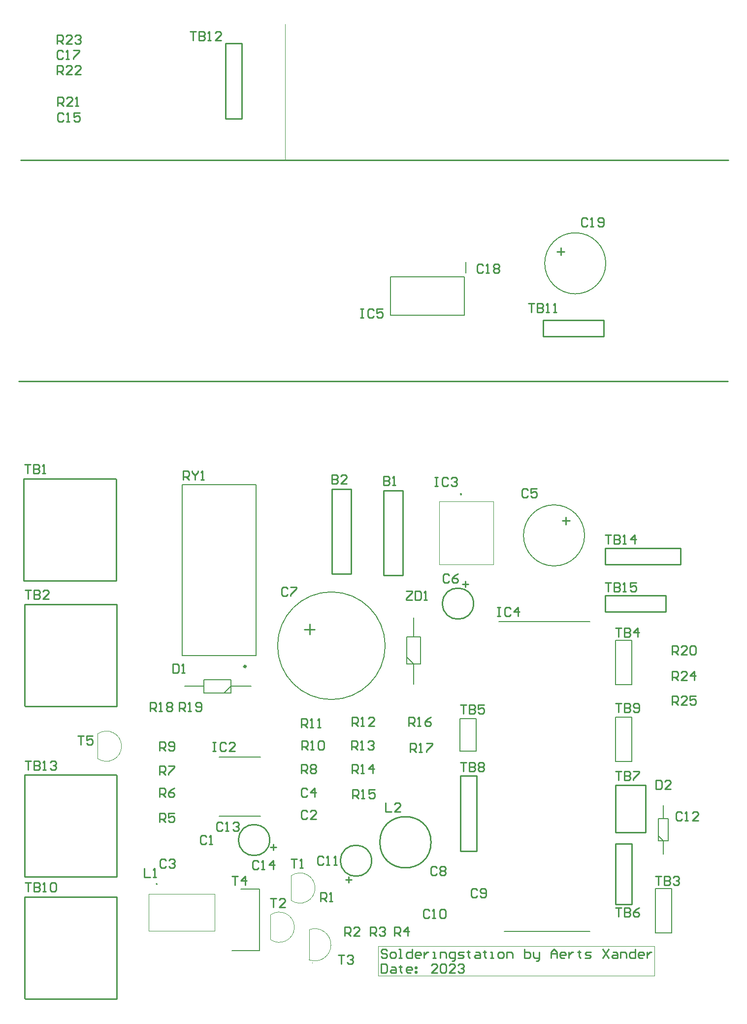
<source format=gto>
G04*
G04 #@! TF.GenerationSoftware,Altium Limited,Altium Designer,23.4.1 (23)*
G04*
G04 Layer_Color=65535*
%FSLAX44Y44*%
%MOMM*%
G71*
G04*
G04 #@! TF.SameCoordinates,2680DE8E-D3BC-4794-95DD-0B2387E44050*
G04*
G04*
G04 #@! TF.FilePolarity,Positive*
G04*
G01*
G75*
%ADD10C,0.1000*%
%ADD11C,0.2000*%
%ADD12C,0.4000*%
%ADD13C,0.2540*%
%ADD14C,0.3000*%
D10*
X137118Y429815D02*
G03*
X137081Y471858I15282J21035D01*
G01*
X500844Y83575D02*
G03*
X501616Y135641I9913J25892D01*
G01*
X506730Y78010D02*
G03*
X506730Y79010I0J500D01*
G01*
D02*
G03*
X506730Y78010I0J-500D01*
G01*
X434298Y118666D02*
G03*
X434261Y160708I15282J21035D01*
G01*
X469858Y185975D02*
G03*
X469821Y228018I15282J21035D01*
G01*
X137100Y429828D02*
Y471872D01*
X619760Y55880D02*
Y106680D01*
Y55880D02*
X1094740D01*
Y106680D01*
X619760D02*
X1094740D01*
X500844Y83575D02*
Y135492D01*
X434280Y118678D02*
Y160722D01*
X469840Y185988D02*
Y228032D01*
X818000Y762980D02*
Y871980D01*
X725000Y762980D02*
X818000D01*
X725000D02*
Y871980D01*
X818000D01*
X459740Y1457960D02*
Y1691640D01*
X338840Y133600D02*
Y196600D01*
X225040Y133600D02*
X338840D01*
X225040D02*
Y196600D01*
X338840D01*
D11*
X631650Y623570D02*
G03*
X631650Y623570I-92500J0D01*
G01*
X1010988Y1280922D02*
G03*
X1010988Y1280922I-52500J0D01*
G01*
X974520Y813200D02*
G03*
X974520Y813200I-52500J0D01*
G01*
X238760Y212852D02*
G03*
X238760Y214852I0J1000D01*
G01*
D02*
G03*
X238760Y212852I0J-1000D01*
G01*
X788416Y441960D02*
Y497840D01*
X760476Y441960D02*
X788416D01*
X760476D02*
Y497840D01*
X788416D01*
X827200Y664840D02*
X983930D01*
X836610Y132720D02*
X983930D01*
X1055370Y556260D02*
Y632460D01*
X1027430Y556260D02*
X1055370D01*
X1027430Y632460D02*
X1055370D01*
X1027430Y556260D02*
Y632460D01*
Y424180D02*
Y500380D01*
X1055370D01*
X1027430Y424180D02*
X1055370D01*
Y500380D01*
X1096010Y129540D02*
Y205740D01*
X1123950D01*
X1096010Y129540D02*
X1123950D01*
Y205740D01*
X368590Y99700D02*
X415490D01*
Y205100D01*
X383540D02*
X415490D01*
X668970Y592050D02*
Y638550D01*
X692470D01*
Y592050D02*
Y638550D01*
X668970Y592050D02*
X692470D01*
X668970Y603800D02*
X680720Y592050D01*
Y557500D02*
Y592050D01*
Y638550D02*
Y671800D01*
X282540Y606220D02*
Y900230D01*
X409540D01*
Y606220D02*
Y900230D01*
X282540Y606220D02*
X409540D01*
X346390Y330200D02*
X417510D01*
X346390Y431800D02*
X417510D01*
X1109980Y326200D02*
Y348930D01*
Y265110D02*
Y288160D01*
X1101380Y296760D02*
X1109980Y288160D01*
X1101380D02*
X1118580D01*
Y326200D01*
X1101380D02*
X1118580D01*
X1101380Y288160D02*
Y326200D01*
X320270Y541970D02*
X366770D01*
X320270D02*
Y565470D01*
X366770D01*
Y541970D02*
Y565470D01*
X355020Y541970D02*
X366770Y553720D01*
X401320D01*
X287020D02*
X320270D01*
X770128Y1264412D02*
Y1283412D01*
X735838Y1192022D02*
X767588D01*
X640588D02*
X672338D01*
X735838Y1258062D02*
X767588D01*
X640588D02*
X672338D01*
X735838D01*
X640588Y1192022D02*
Y1258062D01*
X672338Y1192022D02*
X735838D01*
X767588D02*
Y1258062D01*
D12*
X391749Y587810D02*
G03*
X391749Y587810I-1259J0D01*
G01*
D13*
X710464Y285750D02*
G03*
X710464Y285750I-43968J0D01*
G01*
X433100Y289560D02*
G03*
X433100Y289560I-26700J0D01*
G01*
X608360Y254000D02*
G03*
X608360Y254000I-26700J0D01*
G01*
X783620Y695960D02*
G03*
X783620Y695960I-26700J0D01*
G01*
X1009650Y681990D02*
Y709930D01*
Y681990D02*
X1113790D01*
X1009650Y709930D02*
X1113790D01*
Y681990D02*
Y709930D01*
X1027430Y179070D02*
Y283210D01*
Y179070D02*
X1055370D01*
X1027430Y283210D02*
X1055370D01*
Y179070D02*
Y283210D01*
X1027430Y302260D02*
Y383540D01*
Y302260D02*
X1079500D01*
X1027430Y383540D02*
X1079500D01*
Y302260D02*
Y383540D01*
X903478Y1155192D02*
Y1183132D01*
Y1155192D02*
X1007618D01*
X903478Y1183132D02*
X1007618D01*
Y1155192D02*
Y1183132D01*
X760730Y270510D02*
X788670D01*
Y400050D01*
X760730D02*
X788670D01*
X760730Y270510D02*
Y400050D01*
X572770Y746760D02*
Y892810D01*
X539750Y746760D02*
X572770D01*
X539750D02*
Y892810D01*
X572770D01*
X661670Y744220D02*
Y890270D01*
X628650Y744220D02*
X661670D01*
X628650D02*
Y890270D01*
X661670D01*
X1139190Y763270D02*
Y791210D01*
X1009650D02*
X1139190D01*
X1009650Y763270D02*
Y791210D01*
Y763270D02*
X1139190D01*
X12700Y519430D02*
X77470D01*
X11430Y634048D02*
Y694690D01*
Y520700D02*
Y577533D01*
X77470Y519430D02*
X170180D01*
Y694690D02*
X170180Y519430D01*
X51118Y694690D02*
X130492D01*
X11430Y577533D02*
Y634048D01*
Y520700D02*
X12700Y519430D01*
X130492Y694690D02*
X170180D01*
X11430D02*
X51118D01*
X104140Y401320D02*
X168910D01*
X170180Y226060D02*
Y286702D01*
Y343218D02*
Y400050D01*
X11430Y401320D02*
X104140D01*
X11430D02*
X11430Y226060D01*
X51118D02*
X130492D01*
X170180Y286702D02*
Y343218D01*
X168910Y401320D02*
X170180Y400050D01*
X11430Y226060D02*
X51118D01*
X130492D02*
X170180D01*
X12700Y16510D02*
X77470D01*
X11430Y131128D02*
Y191770D01*
Y17780D02*
Y74612D01*
X77470Y16510D02*
X170180D01*
Y191770D02*
X170180Y16510D01*
X51118Y191770D02*
X130492D01*
X11430Y74612D02*
Y131128D01*
Y17780D02*
X12700Y16510D01*
X130492Y191770D02*
X170180D01*
X11430D02*
X51118D01*
X102870Y910590D02*
X167640D01*
X168910Y735330D02*
Y795973D01*
Y852487D02*
Y909320D01*
X10160Y910590D02*
X102870D01*
X10160D02*
X10160Y735330D01*
X49847D02*
X129222D01*
X168910Y795973D02*
Y852487D01*
X167640Y910590D02*
X168910Y909320D01*
X10160Y735330D02*
X49847D01*
X129222D02*
X168910D01*
X492760Y651510D02*
X510540D01*
X501650Y642620D02*
Y660400D01*
X357124Y1529080D02*
Y1658620D01*
X385064D01*
Y1529080D02*
Y1658620D01*
X357124Y1529080D02*
X385064D01*
X927138Y1301242D02*
X939838D01*
X933488Y1294892D02*
Y1307592D01*
X434340Y276860D02*
X444500D01*
X439420Y271780D02*
Y281940D01*
X568960Y215900D02*
Y226060D01*
X563880Y220980D02*
X574040D01*
X769620Y723900D02*
Y734060D01*
X764540Y728980D02*
X774700D01*
X942340Y831850D02*
Y844550D01*
X935990Y838200D02*
X948690D01*
X5080Y1457960D02*
X1221740Y1457960D01*
X1270Y1078230D02*
X1220470D01*
X624840Y76195D02*
Y60960D01*
X632458D01*
X634997Y63499D01*
Y73656D01*
X632458Y76195D01*
X624840D01*
X642614Y71117D02*
X647693D01*
X650232Y68577D01*
Y60960D01*
X642614D01*
X640075Y63499D01*
X642614Y66038D01*
X650232D01*
X657849Y73656D02*
Y71117D01*
X655310D01*
X660388D01*
X657849D01*
Y63499D01*
X660388Y60960D01*
X675624D02*
X670545D01*
X668006Y63499D01*
Y68577D01*
X670545Y71117D01*
X675624D01*
X678163Y68577D01*
Y66038D01*
X668006D01*
X683241Y71117D02*
X685780D01*
Y68577D01*
X683241D01*
Y71117D01*
Y63499D02*
X685780D01*
Y60960D01*
X683241D01*
Y63499D01*
X721329Y60960D02*
X711172D01*
X721329Y71117D01*
Y73656D01*
X718790Y76195D01*
X713711D01*
X711172Y73656D01*
X726407D02*
X728946Y76195D01*
X734025D01*
X736564Y73656D01*
Y63499D01*
X734025Y60960D01*
X728946D01*
X726407Y63499D01*
Y73656D01*
X751799Y60960D02*
X741642D01*
X751799Y71117D01*
Y73656D01*
X749260Y76195D01*
X744181D01*
X741642Y73656D01*
X756877D02*
X759417Y76195D01*
X764495D01*
X767034Y73656D01*
Y71117D01*
X764495Y68577D01*
X761956D01*
X764495D01*
X767034Y66038D01*
Y63499D01*
X764495Y60960D01*
X759417D01*
X756877Y63499D01*
X634997Y99054D02*
X632458Y101593D01*
X627379D01*
X624840Y99054D01*
Y96515D01*
X627379Y93976D01*
X632458D01*
X634997Y91437D01*
Y88897D01*
X632458Y86358D01*
X627379D01*
X624840Y88897D01*
X642614Y86358D02*
X647693D01*
X650232Y88897D01*
Y93976D01*
X647693Y96515D01*
X642614D01*
X640075Y93976D01*
Y88897D01*
X642614Y86358D01*
X655310D02*
X660388D01*
X657849D01*
Y101593D01*
X655310D01*
X678163D02*
Y86358D01*
X670545D01*
X668006Y88897D01*
Y93976D01*
X670545Y96515D01*
X678163D01*
X690859Y86358D02*
X685780D01*
X683241Y88897D01*
Y93976D01*
X685780Y96515D01*
X690859D01*
X693398Y93976D01*
Y91437D01*
X683241D01*
X698476Y96515D02*
Y86358D01*
Y91437D01*
X701015Y93976D01*
X703555Y96515D01*
X706094D01*
X713711Y86358D02*
X718790D01*
X716250D01*
Y96515D01*
X713711D01*
X726407Y86358D02*
Y96515D01*
X734025D01*
X736564Y93976D01*
Y86358D01*
X746721Y81280D02*
X749260D01*
X751799Y83819D01*
Y96515D01*
X744181D01*
X741642Y93976D01*
Y88897D01*
X744181Y86358D01*
X751799D01*
X756877D02*
X764495D01*
X767034Y88897D01*
X764495Y91437D01*
X759417D01*
X756877Y93976D01*
X759417Y96515D01*
X767034D01*
X774651Y99054D02*
Y96515D01*
X772112D01*
X777191D01*
X774651D01*
Y88897D01*
X777191Y86358D01*
X787347Y96515D02*
X792426D01*
X794965Y93976D01*
Y86358D01*
X787347D01*
X784808Y88897D01*
X787347Y91437D01*
X794965D01*
X802582Y99054D02*
Y96515D01*
X800043D01*
X805122D01*
X802582D01*
Y88897D01*
X805122Y86358D01*
X812739D02*
X817818D01*
X815278D01*
Y96515D01*
X812739D01*
X827974Y86358D02*
X833053D01*
X835592Y88897D01*
Y93976D01*
X833053Y96515D01*
X827974D01*
X825435Y93976D01*
Y88897D01*
X827974Y86358D01*
X840670D02*
Y96515D01*
X848288D01*
X850827Y93976D01*
Y86358D01*
X871140Y101593D02*
Y86358D01*
X878758D01*
X881297Y88897D01*
Y91437D01*
Y93976D01*
X878758Y96515D01*
X871140D01*
X886375D02*
Y88897D01*
X888915Y86358D01*
X896532D01*
Y83819D01*
X893993Y81280D01*
X891454D01*
X896532Y86358D02*
Y96515D01*
X916845Y86358D02*
Y96515D01*
X921924Y101593D01*
X927002Y96515D01*
Y86358D01*
Y93976D01*
X916845D01*
X939698Y86358D02*
X934620D01*
X932081Y88897D01*
Y93976D01*
X934620Y96515D01*
X939698D01*
X942237Y93976D01*
Y91437D01*
X932081D01*
X947316Y96515D02*
Y86358D01*
Y91437D01*
X949855Y93976D01*
X952394Y96515D01*
X954933D01*
X965090Y99054D02*
Y96515D01*
X962551D01*
X967629D01*
X965090D01*
Y88897D01*
X967629Y86358D01*
X975247D02*
X982864D01*
X985403Y88897D01*
X982864Y91437D01*
X977786D01*
X975247Y93976D01*
X977786Y96515D01*
X985403D01*
X1005717Y101593D02*
X1015873Y86358D01*
Y101593D02*
X1005717Y86358D01*
X1023491Y96515D02*
X1028569D01*
X1031109Y93976D01*
Y86358D01*
X1023491D01*
X1020952Y88897D01*
X1023491Y91437D01*
X1031109D01*
X1036187Y86358D02*
Y96515D01*
X1043804D01*
X1046344Y93976D01*
Y86358D01*
X1061579Y101593D02*
Y86358D01*
X1053961D01*
X1051422Y88897D01*
Y93976D01*
X1053961Y96515D01*
X1061579D01*
X1074275Y86358D02*
X1069196D01*
X1066657Y88897D01*
Y93976D01*
X1069196Y96515D01*
X1074275D01*
X1076814Y93976D01*
Y91437D01*
X1066657D01*
X1081892Y96515D02*
Y86358D01*
Y91437D01*
X1084431Y93976D01*
X1086971Y96515D01*
X1089510D01*
X295919Y1678938D02*
X306075D01*
X300997D01*
Y1663703D01*
X311154Y1678938D02*
Y1663703D01*
X318771D01*
X321310Y1666242D01*
Y1668781D01*
X318771Y1671320D01*
X311154D01*
X318771D01*
X321310Y1673859D01*
Y1676398D01*
X318771Y1678938D01*
X311154D01*
X326389Y1663703D02*
X331467D01*
X328928D01*
Y1678938D01*
X326389Y1676398D01*
X349241Y1663703D02*
X339085D01*
X349241Y1673859D01*
Y1676398D01*
X346702Y1678938D01*
X341624D01*
X339085Y1676398D01*
X878086Y1212339D02*
X888242D01*
X883164D01*
Y1197104D01*
X893321Y1212339D02*
Y1197104D01*
X900938D01*
X903478Y1199644D01*
Y1202183D01*
X900938Y1204722D01*
X893321D01*
X900938D01*
X903478Y1207261D01*
Y1209800D01*
X900938Y1212339D01*
X893321D01*
X908556Y1197104D02*
X913634D01*
X911095D01*
Y1212339D01*
X908556Y1209800D01*
X921252Y1197104D02*
X926330D01*
X923791D01*
Y1212339D01*
X921252Y1209800D01*
X67317Y1658114D02*
Y1673349D01*
X74934D01*
X77473Y1670810D01*
Y1665732D01*
X74934Y1663193D01*
X67317D01*
X72395D02*
X77473Y1658114D01*
X92708D02*
X82552D01*
X92708Y1668271D01*
Y1670810D01*
X90169Y1673349D01*
X85091D01*
X82552Y1670810D01*
X97787D02*
X100326Y1673349D01*
X105404D01*
X107943Y1670810D01*
Y1668271D01*
X105404Y1665732D01*
X102865D01*
X105404D01*
X107943Y1663193D01*
Y1660654D01*
X105404Y1658114D01*
X100326D01*
X97787Y1660654D01*
X67317Y1606044D02*
Y1621279D01*
X74934D01*
X77473Y1618740D01*
Y1613662D01*
X74934Y1611123D01*
X67317D01*
X72395D02*
X77473Y1606044D01*
X92708D02*
X82552D01*
X92708Y1616201D01*
Y1618740D01*
X90169Y1621279D01*
X85091D01*
X82552Y1618740D01*
X107943Y1606044D02*
X97787D01*
X107943Y1616201D01*
Y1618740D01*
X105404Y1621279D01*
X100326D01*
X97787Y1618740D01*
X68586Y1551181D02*
Y1566416D01*
X76203D01*
X78742Y1563876D01*
Y1558798D01*
X76203Y1556259D01*
X68586D01*
X73664D02*
X78742Y1551181D01*
X93978D02*
X83821D01*
X93978Y1561337D01*
Y1563876D01*
X91438Y1566416D01*
X86360D01*
X83821Y1563876D01*
X99056Y1551181D02*
X104134D01*
X101595D01*
Y1566416D01*
X99056Y1563876D01*
X589286Y1202688D02*
X594365D01*
X591825D01*
Y1187452D01*
X589286D01*
X594365D01*
X612139Y1200148D02*
X609600Y1202688D01*
X604521D01*
X601982Y1200148D01*
Y1189992D01*
X604521Y1187452D01*
X609600D01*
X612139Y1189992D01*
X627374Y1202688D02*
X617217D01*
Y1195070D01*
X622295Y1197609D01*
X624835D01*
X627374Y1195070D01*
Y1189992D01*
X624835Y1187452D01*
X619756D01*
X617217Y1189992D01*
X979681Y1357120D02*
X977142Y1359659D01*
X972063D01*
X969524Y1357120D01*
Y1346964D01*
X972063Y1344424D01*
X977142D01*
X979681Y1346964D01*
X984759Y1344424D02*
X989838D01*
X987298D01*
Y1359659D01*
X984759Y1357120D01*
X997455Y1346964D02*
X999994Y1344424D01*
X1005073D01*
X1007612Y1346964D01*
Y1357120D01*
X1005073Y1359659D01*
X999994D01*
X997455Y1357120D01*
Y1354581D01*
X999994Y1352042D01*
X1007612D01*
X800103Y1277364D02*
X797564Y1279903D01*
X792485D01*
X789946Y1277364D01*
Y1267208D01*
X792485Y1264669D01*
X797564D01*
X800103Y1267208D01*
X805181Y1264669D02*
X810260D01*
X807720D01*
Y1279903D01*
X805181Y1277364D01*
X817877D02*
X820416Y1279903D01*
X825495D01*
X828034Y1277364D01*
Y1274825D01*
X825495Y1272286D01*
X828034Y1269747D01*
Y1267208D01*
X825495Y1264669D01*
X820416D01*
X817877Y1267208D01*
Y1269747D01*
X820416Y1272286D01*
X817877Y1274825D01*
Y1277364D01*
X820416Y1272286D02*
X825495D01*
X77473Y1644648D02*
X74934Y1647188D01*
X69855D01*
X67316Y1644648D01*
Y1634492D01*
X69855Y1631953D01*
X74934D01*
X77473Y1634492D01*
X82551Y1631953D02*
X87630D01*
X85090D01*
Y1647188D01*
X82551Y1644648D01*
X95247Y1647188D02*
X105404D01*
Y1644648D01*
X95247Y1634492D01*
Y1631953D01*
X78743Y1537460D02*
X76204Y1540000D01*
X71125D01*
X68586Y1537460D01*
Y1527304D01*
X71125Y1524765D01*
X76204D01*
X78743Y1527304D01*
X83821Y1524765D02*
X88900D01*
X86360D01*
Y1540000D01*
X83821Y1537460D01*
X106674Y1540000D02*
X96517D01*
Y1532382D01*
X101595Y1534921D01*
X104135D01*
X106674Y1532382D01*
Y1527304D01*
X104135Y1524765D01*
X99056D01*
X96517Y1527304D01*
X667766Y717291D02*
X677923D01*
Y714752D01*
X667766Y704595D01*
Y702056D01*
X677923D01*
X683001Y717291D02*
Y702056D01*
X690619D01*
X693158Y704595D01*
Y714752D01*
X690619Y717291D01*
X683001D01*
X698236Y702056D02*
X703315D01*
X700775D01*
Y717291D01*
X698236Y714752D01*
X1009659Y731517D02*
X1019815D01*
X1014737D01*
Y716283D01*
X1024894Y731517D02*
Y716283D01*
X1032511D01*
X1035050Y718822D01*
Y721361D01*
X1032511Y723900D01*
X1024894D01*
X1032511D01*
X1035050Y726439D01*
Y728978D01*
X1032511Y731517D01*
X1024894D01*
X1040129Y716283D02*
X1045207D01*
X1042668D01*
Y731517D01*
X1040129Y728978D01*
X1062981Y731517D02*
X1052825D01*
Y723900D01*
X1057903Y726439D01*
X1060442D01*
X1062981Y723900D01*
Y718822D01*
X1060442Y716283D01*
X1055364D01*
X1052825Y718822D01*
X1009659Y814068D02*
X1019815D01*
X1014737D01*
Y798832D01*
X1024894Y814068D02*
Y798832D01*
X1032511D01*
X1035050Y801372D01*
Y803911D01*
X1032511Y806450D01*
X1024894D01*
X1032511D01*
X1035050Y808989D01*
Y811528D01*
X1032511Y814068D01*
X1024894D01*
X1040129Y798832D02*
X1045207D01*
X1042668D01*
Y814068D01*
X1040129Y811528D01*
X1060442Y798832D02*
Y814068D01*
X1052825Y806450D01*
X1062981D01*
X12700Y425445D02*
X22857D01*
X17778D01*
Y410210D01*
X27935Y425445D02*
Y410210D01*
X35553D01*
X38092Y412749D01*
Y415288D01*
X35553Y417827D01*
X27935D01*
X35553D01*
X38092Y420367D01*
Y422906D01*
X35553Y425445D01*
X27935D01*
X43170Y410210D02*
X48249D01*
X45709D01*
Y425445D01*
X43170Y422906D01*
X55866D02*
X58405Y425445D01*
X63484D01*
X66023Y422906D01*
Y420367D01*
X63484Y417827D01*
X60944D01*
X63484D01*
X66023Y415288D01*
Y412749D01*
X63484Y410210D01*
X58405D01*
X55866Y412749D01*
X12700Y215895D02*
X22857D01*
X17778D01*
Y200660D01*
X27935Y215895D02*
Y200660D01*
X35553D01*
X38092Y203199D01*
Y205738D01*
X35553Y208277D01*
X27935D01*
X35553D01*
X38092Y210817D01*
Y213356D01*
X35553Y215895D01*
X27935D01*
X43170Y200660D02*
X48249D01*
X45709D01*
Y215895D01*
X43170Y213356D01*
X55866D02*
X58405Y215895D01*
X63484D01*
X66023Y213356D01*
Y203199D01*
X63484Y200660D01*
X58405D01*
X55866Y203199D01*
Y213356D01*
X1027437Y524507D02*
X1037593D01*
X1032515D01*
Y509272D01*
X1042672Y524507D02*
Y509272D01*
X1050289D01*
X1052828Y511812D01*
Y514351D01*
X1050289Y516890D01*
X1042672D01*
X1050289D01*
X1052828Y519429D01*
Y521968D01*
X1050289Y524507D01*
X1042672D01*
X1057907Y511812D02*
X1060446Y509272D01*
X1065524D01*
X1068063Y511812D01*
Y521968D01*
X1065524Y524507D01*
X1060446D01*
X1057907Y521968D01*
Y519429D01*
X1060446Y516890D01*
X1068063D01*
X760991Y422654D02*
X771147D01*
X766069D01*
Y407419D01*
X776226Y422654D02*
Y407419D01*
X783843D01*
X786382Y409958D01*
Y412497D01*
X783843Y415036D01*
X776226D01*
X783843D01*
X786382Y417575D01*
Y420114D01*
X783843Y422654D01*
X776226D01*
X791461Y420114D02*
X794000Y422654D01*
X799078D01*
X801617Y420114D01*
Y417575D01*
X799078Y415036D01*
X801617Y412497D01*
Y409958D01*
X799078Y407419D01*
X794000D01*
X791461Y409958D01*
Y412497D01*
X794000Y415036D01*
X791461Y417575D01*
Y420114D01*
X794000Y415036D02*
X799078D01*
X1027437Y407668D02*
X1037593D01*
X1032515D01*
Y392433D01*
X1042672Y407668D02*
Y392433D01*
X1050289D01*
X1052828Y394972D01*
Y397511D01*
X1050289Y400050D01*
X1042672D01*
X1050289D01*
X1052828Y402589D01*
Y405128D01*
X1050289Y407668D01*
X1042672D01*
X1057907D02*
X1068063D01*
Y405128D01*
X1057907Y394972D01*
Y392433D01*
X1027437Y172717D02*
X1037593D01*
X1032515D01*
Y157483D01*
X1042672Y172717D02*
Y157483D01*
X1050289D01*
X1052828Y160022D01*
Y162561D01*
X1050289Y165100D01*
X1042672D01*
X1050289D01*
X1052828Y167639D01*
Y170178D01*
X1050289Y172717D01*
X1042672D01*
X1068063D02*
X1062985Y170178D01*
X1057907Y165100D01*
Y160022D01*
X1060446Y157483D01*
X1065524D01*
X1068063Y160022D01*
Y162561D01*
X1065524Y165100D01*
X1057907D01*
X760737Y521713D02*
X770893D01*
X765815D01*
Y506479D01*
X775972Y521713D02*
Y506479D01*
X783589D01*
X786128Y509018D01*
Y511557D01*
X783589Y514096D01*
X775972D01*
X783589D01*
X786128Y516635D01*
Y519174D01*
X783589Y521713D01*
X775972D01*
X801363D02*
X791207D01*
Y514096D01*
X796285Y516635D01*
X798824D01*
X801363Y514096D01*
Y509018D01*
X798824Y506479D01*
X793746D01*
X791207Y509018D01*
X1027437Y654047D02*
X1037593D01*
X1032515D01*
Y638812D01*
X1042672Y654047D02*
Y638812D01*
X1050289D01*
X1052828Y641352D01*
Y643891D01*
X1050289Y646430D01*
X1042672D01*
X1050289D01*
X1052828Y648969D01*
Y651508D01*
X1050289Y654047D01*
X1042672D01*
X1065524Y638812D02*
Y654047D01*
X1057907Y646430D01*
X1068063D01*
X1096017Y227327D02*
X1106173D01*
X1101095D01*
Y212092D01*
X1111252Y227327D02*
Y212092D01*
X1118869D01*
X1121408Y214632D01*
Y217171D01*
X1118869Y219710D01*
X1111252D01*
X1118869D01*
X1121408Y222249D01*
Y224788D01*
X1118869Y227327D01*
X1111252D01*
X1126487Y224788D02*
X1129026Y227327D01*
X1134104D01*
X1136643Y224788D01*
Y222249D01*
X1134104Y219710D01*
X1131565D01*
X1134104D01*
X1136643Y217171D01*
Y214632D01*
X1134104Y212092D01*
X1129026D01*
X1126487Y214632D01*
X12707Y718818D02*
X22863D01*
X17785D01*
Y703583D01*
X27942Y718818D02*
Y703583D01*
X35559D01*
X38098Y706122D01*
Y708661D01*
X35559Y711200D01*
X27942D01*
X35559D01*
X38098Y713739D01*
Y716278D01*
X35559Y718818D01*
X27942D01*
X53333Y703583D02*
X43177D01*
X53333Y713739D01*
Y716278D01*
X50794Y718818D01*
X45716D01*
X43177Y716278D01*
X11430Y934715D02*
X21587D01*
X16508D01*
Y919480D01*
X26665Y934715D02*
Y919480D01*
X34283D01*
X36822Y922019D01*
Y924558D01*
X34283Y927097D01*
X26665D01*
X34283D01*
X36822Y929637D01*
Y932176D01*
X34283Y934715D01*
X26665D01*
X41900Y919480D02*
X46979D01*
X44439D01*
Y934715D01*
X41900Y932176D01*
X102874Y468628D02*
X113031D01*
X107952D01*
Y453392D01*
X128266Y468628D02*
X118109D01*
Y461010D01*
X123188Y463549D01*
X125727D01*
X128266Y461010D01*
Y455932D01*
X125727Y453392D01*
X120648D01*
X118109Y455932D01*
X368304Y227327D02*
X378461D01*
X373382D01*
Y212092D01*
X391157D02*
Y227327D01*
X383539Y219710D01*
X393696D01*
X551184Y91438D02*
X561341D01*
X556263D01*
Y76203D01*
X566419Y88898D02*
X568958Y91438D01*
X574037D01*
X576576Y88898D01*
Y86359D01*
X574037Y83820D01*
X571497D01*
X574037D01*
X576576Y81281D01*
Y78742D01*
X574037Y76203D01*
X568958D01*
X566419Y78742D01*
X434340Y189479D02*
X444497D01*
X439418D01*
Y174244D01*
X459732D02*
X449575D01*
X459732Y184401D01*
Y186940D01*
X457193Y189479D01*
X452114D01*
X449575Y186940D01*
X469900Y256789D02*
X480057D01*
X474978D01*
Y241554D01*
X485135D02*
X490213D01*
X487674D01*
Y256789D01*
X485135Y254250D01*
X283972Y908812D02*
Y924047D01*
X291590D01*
X294129Y921508D01*
Y916430D01*
X291590Y913890D01*
X283972D01*
X289050D02*
X294129Y908812D01*
X299207Y924047D02*
Y921508D01*
X304285Y916430D01*
X309364Y921508D01*
Y924047D01*
X304285Y916430D02*
Y908812D01*
X314442D02*
X319520D01*
X316981D01*
Y924047D01*
X314442Y921508D01*
X1125227Y521973D02*
Y537207D01*
X1132844D01*
X1135383Y534668D01*
Y529590D01*
X1132844Y527051D01*
X1125227D01*
X1130305D02*
X1135383Y521973D01*
X1150618D02*
X1140462D01*
X1150618Y532129D01*
Y534668D01*
X1148079Y537207D01*
X1143001D01*
X1140462Y534668D01*
X1165853Y537207D02*
X1155697D01*
Y529590D01*
X1160775Y532129D01*
X1163314D01*
X1165853Y529590D01*
Y524512D01*
X1163314Y521973D01*
X1158236D01*
X1155697Y524512D01*
X1125227Y563882D02*
Y579118D01*
X1132844D01*
X1135383Y576578D01*
Y571500D01*
X1132844Y568961D01*
X1125227D01*
X1130305D02*
X1135383Y563882D01*
X1150618D02*
X1140462D01*
X1150618Y574039D01*
Y576578D01*
X1148079Y579118D01*
X1143001D01*
X1140462Y576578D01*
X1163314Y563882D02*
Y579118D01*
X1155697Y571500D01*
X1165853D01*
X1125227Y608587D02*
Y623821D01*
X1132844D01*
X1135383Y621282D01*
Y616204D01*
X1132844Y613665D01*
X1125227D01*
X1130305D02*
X1135383Y608587D01*
X1150618D02*
X1140462D01*
X1150618Y618743D01*
Y621282D01*
X1148079Y623821D01*
X1143001D01*
X1140462Y621282D01*
X1155697D02*
X1158236Y623821D01*
X1163314D01*
X1165853Y621282D01*
Y611126D01*
X1163314Y608587D01*
X1158236D01*
X1155697Y611126D01*
Y621282D01*
X277368Y510540D02*
Y525775D01*
X284986D01*
X287525Y523236D01*
Y518158D01*
X284986Y515618D01*
X277368D01*
X282446D02*
X287525Y510540D01*
X292603D02*
X297681D01*
X295142D01*
Y525775D01*
X292603Y523236D01*
X305299Y513079D02*
X307838Y510540D01*
X312917D01*
X315456Y513079D01*
Y523236D01*
X312917Y525775D01*
X307838D01*
X305299Y523236D01*
Y520697D01*
X307838Y518158D01*
X315456D01*
X227584Y510540D02*
Y525775D01*
X235201D01*
X237741Y523236D01*
Y518158D01*
X235201Y515618D01*
X227584D01*
X232662D02*
X237741Y510540D01*
X242819D02*
X247897D01*
X245358D01*
Y525775D01*
X242819Y523236D01*
X255515D02*
X258054Y525775D01*
X263132D01*
X265672Y523236D01*
Y520697D01*
X263132Y518158D01*
X265672Y515618D01*
Y513079D01*
X263132Y510540D01*
X258054D01*
X255515Y513079D01*
Y515618D01*
X258054Y518158D01*
X255515Y520697D01*
Y523236D01*
X258054Y518158D02*
X263132D01*
X674376Y440692D02*
Y455928D01*
X681994D01*
X684533Y453388D01*
Y448310D01*
X681994Y445771D01*
X674376D01*
X679454D02*
X684533Y440692D01*
X689611D02*
X694690D01*
X692150D01*
Y455928D01*
X689611Y453388D01*
X702307Y455928D02*
X712464D01*
Y453388D01*
X702307Y443232D01*
Y440692D01*
X672556Y485143D02*
Y500378D01*
X680173D01*
X682713Y497838D01*
Y492760D01*
X680173Y490221D01*
X672556D01*
X677634D02*
X682713Y485143D01*
X687791D02*
X692869D01*
X690330D01*
Y500378D01*
X687791Y497838D01*
X710644Y500378D02*
X705565Y497838D01*
X700487Y492760D01*
Y487682D01*
X703026Y485143D01*
X708104D01*
X710644Y487682D01*
Y490221D01*
X708104Y492760D01*
X700487D01*
X575316Y360682D02*
Y375918D01*
X582934D01*
X585473Y373378D01*
Y368300D01*
X582934Y365761D01*
X575316D01*
X580395D02*
X585473Y360682D01*
X590551D02*
X595630D01*
X593090D01*
Y375918D01*
X590551Y373378D01*
X613404Y375918D02*
X603247D01*
Y368300D01*
X608326Y370839D01*
X610865D01*
X613404Y368300D01*
Y363222D01*
X610865Y360682D01*
X605786D01*
X603247Y363222D01*
X574406Y403862D02*
Y419098D01*
X582024D01*
X584563Y416558D01*
Y411480D01*
X582024Y408941D01*
X574406D01*
X579484D02*
X584563Y403862D01*
X589641D02*
X594720D01*
X592180D01*
Y419098D01*
X589641Y416558D01*
X609955Y403862D02*
Y419098D01*
X602337Y411480D01*
X612494D01*
X573686Y444502D02*
Y459738D01*
X581304D01*
X583843Y457198D01*
Y452120D01*
X581304Y449581D01*
X573686D01*
X578764D02*
X583843Y444502D01*
X588921D02*
X594000D01*
X591460D01*
Y459738D01*
X588921Y457198D01*
X601617D02*
X604156Y459738D01*
X609235D01*
X611774Y457198D01*
Y454659D01*
X609235Y452120D01*
X606696D01*
X609235D01*
X611774Y449581D01*
Y447042D01*
X609235Y444502D01*
X604156D01*
X601617Y447042D01*
X574406Y485143D02*
Y500378D01*
X582024D01*
X584563Y497838D01*
Y492760D01*
X582024Y490221D01*
X574406D01*
X579484D02*
X584563Y485143D01*
X589641D02*
X594720D01*
X592180D01*
Y500378D01*
X589641Y497838D01*
X612494Y485143D02*
X602337D01*
X612494Y495299D01*
Y497838D01*
X609955Y500378D01*
X604876D01*
X602337Y497838D01*
X487685Y482603D02*
Y497837D01*
X495303D01*
X497842Y495298D01*
Y490220D01*
X495303Y487681D01*
X487685D01*
X492764D02*
X497842Y482603D01*
X502920D02*
X507999D01*
X505460D01*
Y497837D01*
X502920Y495298D01*
X515616Y482603D02*
X520695D01*
X518156D01*
Y497837D01*
X515616Y495298D01*
X488596Y444502D02*
Y459738D01*
X496213D01*
X498753Y457198D01*
Y452120D01*
X496213Y449581D01*
X488596D01*
X493674D02*
X498753Y444502D01*
X503831D02*
X508909D01*
X506370D01*
Y459738D01*
X503831Y457198D01*
X516527D02*
X519066Y459738D01*
X524145D01*
X526684Y457198D01*
Y447042D01*
X524145Y444502D01*
X519066D01*
X516527Y447042D01*
Y457198D01*
X243844Y443232D02*
Y458467D01*
X251462D01*
X254001Y455928D01*
Y450850D01*
X251462Y448311D01*
X243844D01*
X248923D02*
X254001Y443232D01*
X259079Y445772D02*
X261618Y443232D01*
X266697D01*
X269236Y445772D01*
Y455928D01*
X266697Y458467D01*
X261618D01*
X259079Y455928D01*
Y453389D01*
X261618Y450850D01*
X269236D01*
X487684Y403862D02*
Y419098D01*
X495302D01*
X497841Y416558D01*
Y411480D01*
X495302Y408941D01*
X487684D01*
X492762D02*
X497841Y403862D01*
X502919Y416558D02*
X505458Y419098D01*
X510537D01*
X513076Y416558D01*
Y414019D01*
X510537Y411480D01*
X513076Y408941D01*
Y406402D01*
X510537Y403862D01*
X505458D01*
X502919Y406402D01*
Y408941D01*
X505458Y411480D01*
X502919Y414019D01*
Y416558D01*
X505458Y411480D02*
X510537D01*
X243844Y401323D02*
Y416558D01*
X251462D01*
X254001Y414018D01*
Y408940D01*
X251462Y406401D01*
X243844D01*
X248923D02*
X254001Y401323D01*
X259079Y416558D02*
X269236D01*
Y414018D01*
X259079Y403862D01*
Y401323D01*
X243844Y363223D02*
Y378457D01*
X251462D01*
X254001Y375918D01*
Y370840D01*
X251462Y368301D01*
X243844D01*
X248923D02*
X254001Y363223D01*
X269236Y378457D02*
X264158Y375918D01*
X259079Y370840D01*
Y365762D01*
X261618Y363223D01*
X266697D01*
X269236Y365762D01*
Y368301D01*
X266697Y370840D01*
X259079D01*
X243844Y320042D02*
Y335277D01*
X251462D01*
X254001Y332738D01*
Y327660D01*
X251462Y325121D01*
X243844D01*
X248923D02*
X254001Y320042D01*
X269236Y335277D02*
X259079D01*
Y327660D01*
X264158Y330199D01*
X266697D01*
X269236Y327660D01*
Y322582D01*
X266697Y320042D01*
X261618D01*
X259079Y322582D01*
X647704Y124971D02*
Y140205D01*
X655322D01*
X657861Y137666D01*
Y132588D01*
X655322Y130049D01*
X647704D01*
X652783D02*
X657861Y124971D01*
X670557D02*
Y140205D01*
X662939Y132588D01*
X673096D01*
X605794Y124971D02*
Y140205D01*
X613412D01*
X615951Y137666D01*
Y132588D01*
X613412Y130049D01*
X605794D01*
X610872D02*
X615951Y124971D01*
X621029Y137666D02*
X623568Y140205D01*
X628647D01*
X631186Y137666D01*
Y135127D01*
X628647Y132588D01*
X626107D01*
X628647D01*
X631186Y130049D01*
Y127510D01*
X628647Y124971D01*
X623568D01*
X621029Y127510D01*
X562360Y124971D02*
Y140205D01*
X569978D01*
X572517Y137666D01*
Y132588D01*
X569978Y130049D01*
X562360D01*
X567439D02*
X572517Y124971D01*
X587752D02*
X577595D01*
X587752Y135127D01*
Y137666D01*
X585213Y140205D01*
X580134D01*
X577595Y137666D01*
X520703Y184268D02*
Y199504D01*
X528321D01*
X530860Y196964D01*
Y191886D01*
X528321Y189347D01*
X520703D01*
X525782D02*
X530860Y184268D01*
X535938D02*
X541017D01*
X538478D01*
Y199504D01*
X535938Y196964D01*
X632464Y353058D02*
Y337822D01*
X642621D01*
X657856D02*
X647699D01*
X657856Y347979D01*
Y350518D01*
X655317Y353058D01*
X650238D01*
X647699Y350518D01*
X217170Y241041D02*
Y225806D01*
X227327D01*
X232405D02*
X237483D01*
X234944D01*
Y241041D01*
X232405Y238502D01*
X824236Y689607D02*
X829314D01*
X826775D01*
Y674372D01*
X824236D01*
X829314D01*
X847089Y687068D02*
X844550Y689607D01*
X839471D01*
X836932Y687068D01*
Y676912D01*
X839471Y674372D01*
X844550D01*
X847089Y676912D01*
X859785Y674372D02*
Y689607D01*
X852167Y681990D01*
X862324D01*
X717042Y912871D02*
X722120D01*
X719581D01*
Y897636D01*
X717042D01*
X722120D01*
X739895Y910332D02*
X737355Y912871D01*
X732277D01*
X729738Y910332D01*
Y900175D01*
X732277Y897636D01*
X737355D01*
X739895Y900175D01*
X744973Y910332D02*
X747512Y912871D01*
X752590D01*
X755130Y910332D01*
Y907793D01*
X752590Y905254D01*
X750051D01*
X752590D01*
X755130Y902714D01*
Y900175D01*
X752590Y897636D01*
X747512D01*
X744973Y900175D01*
X334772Y457449D02*
X339850D01*
X337311D01*
Y442214D01*
X334772D01*
X339850D01*
X357625Y454910D02*
X355085Y457449D01*
X350007D01*
X347468Y454910D01*
Y444753D01*
X350007Y442214D01*
X355085D01*
X357625Y444753D01*
X372860Y442214D02*
X362703D01*
X372860Y452371D01*
Y454910D01*
X370321Y457449D01*
X365242D01*
X362703Y454910D01*
X1097284Y392427D02*
Y377192D01*
X1104902D01*
X1107441Y379732D01*
Y389888D01*
X1104902Y392427D01*
X1097284D01*
X1122676Y377192D02*
X1112519D01*
X1122676Y387349D01*
Y389888D01*
X1120137Y392427D01*
X1115058D01*
X1112519Y389888D01*
X266700Y592069D02*
Y576834D01*
X274317D01*
X276857Y579373D01*
Y589530D01*
X274317Y592069D01*
X266700D01*
X281935Y576834D02*
X287013D01*
X284474D01*
Y592069D01*
X281935Y589530D01*
X413593Y251458D02*
X411054Y253997D01*
X405976D01*
X403436Y251458D01*
Y241302D01*
X405976Y238762D01*
X411054D01*
X413593Y241302D01*
X418671Y238762D02*
X423750D01*
X421211D01*
Y253997D01*
X418671Y251458D01*
X438985Y238762D02*
Y253997D01*
X431367Y246380D01*
X441524D01*
X351793Y317498D02*
X349254Y320037D01*
X344175D01*
X341636Y317498D01*
Y307342D01*
X344175Y304802D01*
X349254D01*
X351793Y307342D01*
X356871Y304802D02*
X361950D01*
X359410D01*
Y320037D01*
X356871Y317498D01*
X369567D02*
X372106Y320037D01*
X377185D01*
X379724Y317498D01*
Y314959D01*
X377185Y312420D01*
X374646D01*
X377185D01*
X379724Y309881D01*
Y307342D01*
X377185Y304802D01*
X372106D01*
X369567Y307342D01*
X1141733Y335278D02*
X1139194Y337817D01*
X1134115D01*
X1131576Y335278D01*
Y325122D01*
X1134115Y322583D01*
X1139194D01*
X1141733Y325122D01*
X1146811Y322583D02*
X1151890D01*
X1149350D01*
Y337817D01*
X1146811Y335278D01*
X1169664Y322583D02*
X1159507D01*
X1169664Y332739D01*
Y335278D01*
X1167125Y337817D01*
X1162046D01*
X1159507Y335278D01*
X525782Y259078D02*
X523243Y261618D01*
X518164D01*
X515625Y259078D01*
Y248922D01*
X518164Y246383D01*
X523243D01*
X525782Y248922D01*
X530860Y246383D02*
X535939D01*
X533400D01*
Y261618D01*
X530860Y259078D01*
X543556Y246383D02*
X548635D01*
X546096D01*
Y261618D01*
X543556Y259078D01*
X707393Y167638D02*
X704854Y170177D01*
X699775D01*
X697236Y167638D01*
Y157482D01*
X699775Y154943D01*
X704854D01*
X707393Y157482D01*
X712471Y154943D02*
X717550D01*
X715010D01*
Y170177D01*
X712471Y167638D01*
X725167D02*
X727706Y170177D01*
X732785D01*
X735324Y167638D01*
Y157482D01*
X732785Y154943D01*
X727706D01*
X725167Y157482D01*
Y167638D01*
X789941Y203198D02*
X787402Y205737D01*
X782323D01*
X779784Y203198D01*
Y193042D01*
X782323Y190502D01*
X787402D01*
X789941Y193042D01*
X795019D02*
X797558Y190502D01*
X802637D01*
X805176Y193042D01*
Y203198D01*
X802637Y205737D01*
X797558D01*
X795019Y203198D01*
Y200659D01*
X797558Y198120D01*
X805176D01*
X720091Y241298D02*
X717552Y243838D01*
X712473D01*
X709934Y241298D01*
Y231142D01*
X712473Y228603D01*
X717552D01*
X720091Y231142D01*
X725169Y241298D02*
X727708Y243838D01*
X732787D01*
X735326Y241298D01*
Y238759D01*
X732787Y236220D01*
X735326Y233681D01*
Y231142D01*
X732787Y228603D01*
X727708D01*
X725169Y231142D01*
Y233681D01*
X727708Y236220D01*
X725169Y238759D01*
Y241298D01*
X727708Y236220D02*
X732787D01*
X463551Y721358D02*
X461012Y723897D01*
X455933D01*
X453394Y721358D01*
Y711202D01*
X455933Y708662D01*
X461012D01*
X463551Y711202D01*
X468629Y723897D02*
X478786D01*
Y721358D01*
X468629Y711202D01*
Y708662D01*
X741677Y744216D02*
X739137Y746755D01*
X734059D01*
X731520Y744216D01*
Y734059D01*
X734059Y731520D01*
X739137D01*
X741677Y734059D01*
X756912Y746755D02*
X751833Y744216D01*
X746755Y739137D01*
Y734059D01*
X749294Y731520D01*
X754373D01*
X756912Y734059D01*
Y736598D01*
X754373Y739137D01*
X746755D01*
X877059Y891282D02*
X874520Y893821D01*
X869441D01*
X866902Y891282D01*
Y881125D01*
X869441Y878586D01*
X874520D01*
X877059Y881125D01*
X892294Y893821D02*
X882137D01*
Y886204D01*
X887215Y888743D01*
X889755D01*
X892294Y886204D01*
Y881125D01*
X889755Y878586D01*
X884676D01*
X882137Y881125D01*
X497841Y375918D02*
X495302Y378457D01*
X490223D01*
X487684Y375918D01*
Y365762D01*
X490223Y363223D01*
X495302D01*
X497841Y365762D01*
X510537Y363223D02*
Y378457D01*
X502919Y370840D01*
X513076D01*
X254851Y253998D02*
X252312Y256537D01*
X247233D01*
X244694Y253998D01*
Y243842D01*
X247233Y241303D01*
X252312D01*
X254851Y243842D01*
X259929Y253998D02*
X262468Y256537D01*
X267547D01*
X270086Y253998D01*
Y251459D01*
X267547Y248920D01*
X265008D01*
X267547D01*
X270086Y246381D01*
Y243842D01*
X267547Y241303D01*
X262468D01*
X259929Y243842D01*
X497841Y337818D02*
X495302Y340358D01*
X490223D01*
X487684Y337818D01*
Y327662D01*
X490223Y325122D01*
X495302D01*
X497841Y327662D01*
X513076Y325122D02*
X502919D01*
X513076Y335279D01*
Y337818D01*
X510537Y340358D01*
X505458D01*
X502919Y337818D01*
X323850Y294638D02*
X321311Y297178D01*
X316232D01*
X313693Y294638D01*
Y284482D01*
X316232Y281943D01*
X321311D01*
X323850Y284482D01*
X328928Y281943D02*
X334007D01*
X331468D01*
Y297178D01*
X328928Y294638D01*
X539754Y916937D02*
Y901702D01*
X547372D01*
X549911Y904242D01*
Y906781D01*
X547372Y909320D01*
X539754D01*
X547372D01*
X549911Y911859D01*
Y914398D01*
X547372Y916937D01*
X539754D01*
X565146Y901702D02*
X554989D01*
X565146Y911859D01*
Y914398D01*
X562607Y916937D01*
X557528D01*
X554989Y914398D01*
X628653Y914398D02*
Y899163D01*
X636271D01*
X638810Y901702D01*
Y904241D01*
X636271Y906780D01*
X628653D01*
X636271D01*
X638810Y909319D01*
Y911858D01*
X636271Y914398D01*
X628653D01*
X643888Y899163D02*
X648967D01*
X646428D01*
Y914398D01*
X643888Y911858D01*
D14*
X762000Y883620D02*
G03*
X762000Y884620I0J500D01*
G01*
D02*
G03*
X762000Y883620I0J-500D01*
G01*
M02*

</source>
